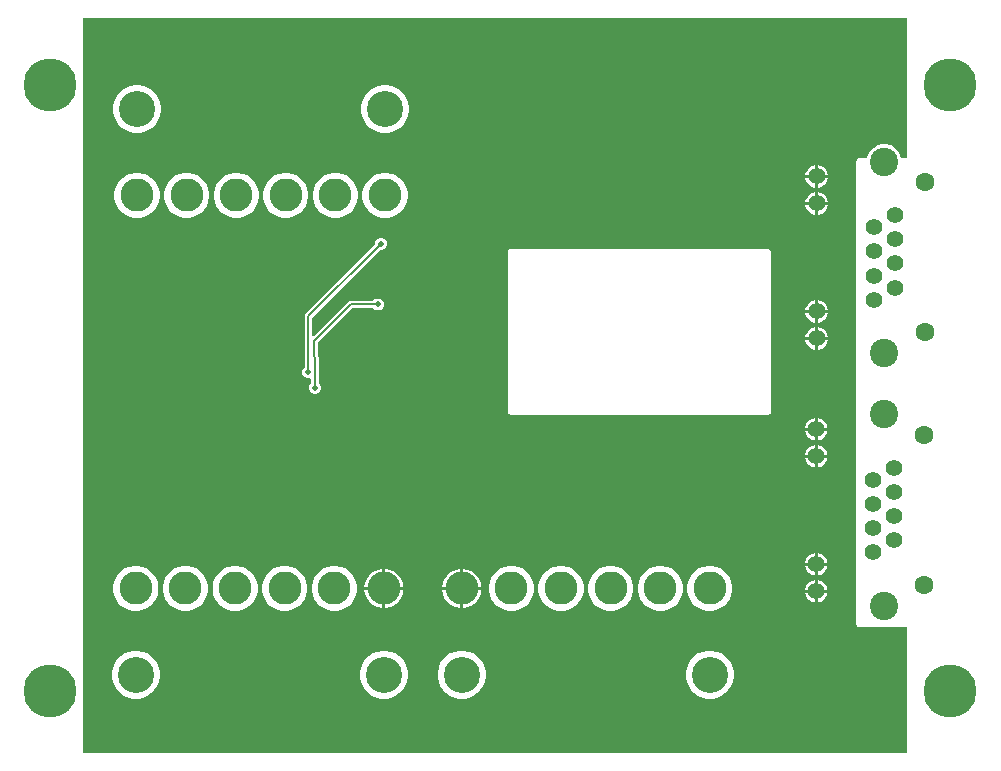
<source format=gbl>
G04*
G04 #@! TF.GenerationSoftware,Altium Limited,Altium Designer,21.6.4 (81)*
G04*
G04 Layer_Physical_Order=2*
G04 Layer_Color=16711680*
%FSLAX25Y25*%
%MOIN*%
G70*
G04*
G04 #@! TF.SameCoordinates,D230F567-8F14-4DE2-9EB9-46B1BD9AA4B9*
G04*
G04*
G04 #@! TF.FilePolarity,Positive*
G04*
G01*
G75*
%ADD16C,0.00500*%
%ADD35C,0.06299*%
%ADD36C,0.09449*%
%ADD37C,0.05512*%
%ADD38C,0.17717*%
%ADD39C,0.11024*%
%ADD40C,0.12008*%
%ADD41C,0.01968*%
G36*
X305371Y225661D02*
X303526D01*
X303234Y226752D01*
X302480Y228058D01*
X301414Y229123D01*
X300109Y229877D01*
X298653Y230267D01*
X297146D01*
X295690Y229877D01*
X294385Y229123D01*
X293319Y228058D01*
X292565Y226752D01*
X292273Y225661D01*
X289715D01*
X289324Y225583D01*
X288994Y225362D01*
X288773Y225031D01*
X288695Y224641D01*
Y70481D01*
X288773Y70091D01*
X288994Y69760D01*
X289324Y69539D01*
X289715Y69461D01*
X305371D01*
Y27497D01*
X31216D01*
X30862Y27851D01*
X30986Y272220D01*
X305371Y272220D01*
Y225661D01*
D02*
G37*
%LPC*%
G36*
X132328Y250037D02*
X130751D01*
X129205Y249730D01*
X127748Y249126D01*
X126437Y248250D01*
X125322Y247135D01*
X124446Y245825D01*
X123843Y244368D01*
X123535Y242822D01*
Y241245D01*
X123843Y239699D01*
X124446Y238242D01*
X125322Y236931D01*
X126437Y235816D01*
X127748Y234940D01*
X129205Y234337D01*
X130751Y234029D01*
X132328D01*
X133874Y234337D01*
X135331Y234940D01*
X136642Y235816D01*
X137756Y236931D01*
X138632Y238242D01*
X139236Y239699D01*
X139543Y241245D01*
Y242822D01*
X139236Y244368D01*
X138632Y245825D01*
X137756Y247135D01*
X136642Y248250D01*
X135331Y249126D01*
X133874Y249730D01*
X132328Y250037D01*
D02*
G37*
G36*
X49650D02*
X48074D01*
X46527Y249730D01*
X45071Y249126D01*
X43760Y248250D01*
X42645Y247135D01*
X41769Y245825D01*
X41166Y244368D01*
X40858Y242822D01*
Y241245D01*
X41166Y239699D01*
X41769Y238242D01*
X42645Y236931D01*
X43760Y235816D01*
X45071Y234940D01*
X46527Y234337D01*
X48074Y234029D01*
X49650D01*
X51197Y234337D01*
X52653Y234940D01*
X53964Y235816D01*
X55079Y236931D01*
X55955Y238242D01*
X56559Y239699D01*
X56866Y241245D01*
Y242822D01*
X56559Y244368D01*
X55955Y245825D01*
X55079Y247135D01*
X53964Y248250D01*
X52653Y249126D01*
X51197Y249730D01*
X49650Y250037D01*
D02*
G37*
G36*
X275919Y223317D02*
Y220062D01*
X279173D01*
X278919Y221012D01*
X278425Y221868D01*
X277725Y222568D01*
X276869Y223062D01*
X275919Y223317D01*
D02*
G37*
G36*
X274919D02*
X273969Y223062D01*
X273113Y222568D01*
X272414Y221868D01*
X271919Y221012D01*
X271665Y220062D01*
X274919D01*
Y223317D01*
D02*
G37*
G36*
X279173Y219062D02*
X275919D01*
Y215808D01*
X276869Y216062D01*
X277725Y216557D01*
X278425Y217256D01*
X278919Y218113D01*
X279173Y219062D01*
D02*
G37*
G36*
X274919D02*
X271665D01*
X271919Y218113D01*
X272414Y217256D01*
X273113Y216557D01*
X273969Y216062D01*
X274919Y215808D01*
Y219062D01*
D02*
G37*
G36*
X275919Y214301D02*
Y211047D01*
X279173D01*
X278919Y211996D01*
X278425Y212853D01*
X277725Y213552D01*
X276869Y214047D01*
X275919Y214301D01*
D02*
G37*
G36*
X274919Y214301D02*
X273969Y214047D01*
X273113Y213552D01*
X272414Y212853D01*
X271919Y211996D01*
X271665Y211047D01*
X274919D01*
Y214301D01*
D02*
G37*
G36*
X279173Y210047D02*
X275919D01*
Y206792D01*
X276869Y207047D01*
X277725Y207541D01*
X278425Y208240D01*
X278919Y209097D01*
X279173Y210047D01*
D02*
G37*
G36*
X274919D02*
X271665D01*
X271919Y209097D01*
X272414Y208240D01*
X273113Y207541D01*
X273969Y207047D01*
X274919Y206792D01*
Y210047D01*
D02*
G37*
G36*
X132279Y220805D02*
X130799D01*
X129348Y220516D01*
X127981Y219950D01*
X126751Y219128D01*
X125705Y218082D01*
X124882Y216851D01*
X124316Y215484D01*
X124028Y214033D01*
Y212553D01*
X124316Y211102D01*
X124882Y209735D01*
X125705Y208505D01*
X126751Y207458D01*
X127981Y206636D01*
X129348Y206070D01*
X130799Y205781D01*
X132279D01*
X133730Y206070D01*
X135098Y206636D01*
X136328Y207458D01*
X137374Y208505D01*
X138196Y209735D01*
X138762Y211102D01*
X139051Y212553D01*
Y214033D01*
X138762Y215484D01*
X138196Y216851D01*
X137374Y218082D01*
X136328Y219128D01*
X135098Y219950D01*
X133730Y220516D01*
X132279Y220805D01*
D02*
G37*
G36*
X115744D02*
X114264D01*
X112813Y220516D01*
X111446Y219950D01*
X110215Y219128D01*
X109169Y218082D01*
X108347Y216851D01*
X107781Y215484D01*
X107492Y214033D01*
Y212553D01*
X107781Y211102D01*
X108347Y209735D01*
X109169Y208505D01*
X110215Y207458D01*
X111446Y206636D01*
X112813Y206070D01*
X114264Y205781D01*
X115744D01*
X117195Y206070D01*
X118562Y206636D01*
X119792Y207458D01*
X120839Y208505D01*
X121661Y209735D01*
X122227Y211102D01*
X122516Y212553D01*
Y214033D01*
X122227Y215484D01*
X121661Y216851D01*
X120839Y218082D01*
X119792Y219128D01*
X118562Y219950D01*
X117195Y220516D01*
X115744Y220805D01*
D02*
G37*
G36*
X99208D02*
X97729D01*
X96277Y220516D01*
X94910Y219950D01*
X93680Y219128D01*
X92634Y218082D01*
X91812Y216851D01*
X91245Y215484D01*
X90957Y214033D01*
Y212553D01*
X91245Y211102D01*
X91812Y209735D01*
X92634Y208505D01*
X93680Y207458D01*
X94910Y206636D01*
X96277Y206070D01*
X97729Y205781D01*
X99208D01*
X100660Y206070D01*
X102027Y206636D01*
X103257Y207458D01*
X104303Y208505D01*
X105125Y209735D01*
X105692Y211102D01*
X105980Y212553D01*
Y214033D01*
X105692Y215484D01*
X105125Y216851D01*
X104303Y218082D01*
X103257Y219128D01*
X102027Y219950D01*
X100660Y220516D01*
X99208Y220805D01*
D02*
G37*
G36*
X82673D02*
X81193D01*
X79742Y220516D01*
X78375Y219950D01*
X77144Y219128D01*
X76098Y218082D01*
X75276Y216851D01*
X74710Y215484D01*
X74421Y214033D01*
Y212553D01*
X74710Y211102D01*
X75276Y209735D01*
X76098Y208505D01*
X77144Y207458D01*
X78375Y206636D01*
X79742Y206070D01*
X81193Y205781D01*
X82673D01*
X84124Y206070D01*
X85491Y206636D01*
X86721Y207458D01*
X87768Y208505D01*
X88590Y209735D01*
X89156Y211102D01*
X89445Y212553D01*
Y214033D01*
X89156Y215484D01*
X88590Y216851D01*
X87768Y218082D01*
X86721Y219128D01*
X85491Y219950D01*
X84124Y220516D01*
X82673Y220805D01*
D02*
G37*
G36*
X66137D02*
X64658D01*
X63206Y220516D01*
X61839Y219950D01*
X60609Y219128D01*
X59563Y218082D01*
X58741Y216851D01*
X58174Y215484D01*
X57886Y214033D01*
Y212553D01*
X58174Y211102D01*
X58741Y209735D01*
X59563Y208505D01*
X60609Y207458D01*
X61839Y206636D01*
X63206Y206070D01*
X64658Y205781D01*
X66137D01*
X67589Y206070D01*
X68956Y206636D01*
X70186Y207458D01*
X71232Y208505D01*
X72054Y209735D01*
X72621Y211102D01*
X72909Y212553D01*
Y214033D01*
X72621Y215484D01*
X72054Y216851D01*
X71232Y218082D01*
X70186Y219128D01*
X68956Y219950D01*
X67589Y220516D01*
X66137Y220805D01*
D02*
G37*
G36*
X49602D02*
X48122D01*
X46671Y220516D01*
X45304Y219950D01*
X44074Y219128D01*
X43027Y218082D01*
X42205Y216851D01*
X41639Y215484D01*
X41350Y214033D01*
Y212553D01*
X41639Y211102D01*
X42205Y209735D01*
X43027Y208505D01*
X44074Y207458D01*
X45304Y206636D01*
X46671Y206070D01*
X48122Y205781D01*
X49602D01*
X51053Y206070D01*
X52420Y206636D01*
X53651Y207458D01*
X54697Y208505D01*
X55519Y209735D01*
X56085Y211102D01*
X56374Y212553D01*
Y214033D01*
X56085Y215484D01*
X55519Y216851D01*
X54697Y218082D01*
X53651Y219128D01*
X52420Y219950D01*
X51053Y220516D01*
X49602Y220805D01*
D02*
G37*
G36*
X275919Y178317D02*
Y175062D01*
X279173D01*
X278919Y176012D01*
X278425Y176868D01*
X277725Y177568D01*
X276869Y178062D01*
X275919Y178317D01*
D02*
G37*
G36*
X274919D02*
X273969Y178062D01*
X273113Y177568D01*
X272414Y176868D01*
X271919Y176012D01*
X271665Y175062D01*
X274919D01*
Y178317D01*
D02*
G37*
G36*
X130560Y199174D02*
X129771D01*
X129041Y198872D01*
X128483Y198314D01*
X128181Y197584D01*
Y197008D01*
X105080Y173906D01*
X104803Y173493D01*
X104706Y173005D01*
Y155762D01*
X104299Y155355D01*
X103997Y154625D01*
Y153836D01*
X104299Y153107D01*
X104857Y152549D01*
X105586Y152246D01*
X106376D01*
X106525Y152308D01*
X106940Y152031D01*
Y150677D01*
X106533Y150270D01*
X106231Y149540D01*
Y148751D01*
X106533Y148022D01*
X107091Y147464D01*
X107820Y147161D01*
X108610D01*
X109339Y147464D01*
X109897Y148022D01*
X110199Y148751D01*
Y149540D01*
X109897Y150270D01*
X109490Y150677D01*
Y154231D01*
X109495D01*
X109479Y154726D01*
X109479Y154726D01*
X109255Y164279D01*
X120585Y175609D01*
X127575D01*
X127983Y175201D01*
X128712Y174899D01*
X129501D01*
X130231Y175201D01*
X130789Y175759D01*
X131091Y176489D01*
Y177278D01*
X130789Y178007D01*
X130231Y178566D01*
X129501Y178868D01*
X128712D01*
X127983Y178566D01*
X127575Y178158D01*
X120057D01*
X119569Y178061D01*
X119156Y177785D01*
X107717Y166346D01*
X107255Y166537D01*
Y172477D01*
X129983Y195205D01*
X130560D01*
X131289Y195508D01*
X131847Y196066D01*
X132150Y196795D01*
Y197584D01*
X131847Y198314D01*
X131289Y198872D01*
X130560Y199174D01*
D02*
G37*
G36*
X279173Y174062D02*
X275919D01*
Y170808D01*
X276869Y171062D01*
X277725Y171557D01*
X278425Y172256D01*
X278919Y173113D01*
X279173Y174062D01*
D02*
G37*
G36*
X274919D02*
X271665D01*
X271919Y173113D01*
X272414Y172256D01*
X273113Y171557D01*
X273969Y171062D01*
X274919Y170808D01*
Y174062D01*
D02*
G37*
G36*
X275919Y169301D02*
Y166047D01*
X279173D01*
X278919Y166996D01*
X278425Y167853D01*
X277725Y168552D01*
X276869Y169046D01*
X275919Y169301D01*
D02*
G37*
G36*
X274919Y169301D02*
X273969Y169046D01*
X273113Y168552D01*
X272414Y167853D01*
X271919Y166996D01*
X271665Y166047D01*
X274919D01*
Y169301D01*
D02*
G37*
G36*
X279173Y165047D02*
X275919D01*
Y161792D01*
X276869Y162047D01*
X277725Y162541D01*
X278425Y163240D01*
X278919Y164097D01*
X279173Y165047D01*
D02*
G37*
G36*
X274919D02*
X271665D01*
X271919Y164097D01*
X272414Y163240D01*
X273113Y162541D01*
X273969Y162047D01*
X274919Y161792D01*
Y165047D01*
D02*
G37*
G36*
X259271Y195360D02*
X173411D01*
X173021Y195282D01*
X172690Y195061D01*
X172469Y194730D01*
X172392Y194340D01*
Y141158D01*
X172469Y140767D01*
X172690Y140437D01*
X173021Y140216D01*
X173411Y140138D01*
X259271D01*
X259661Y140216D01*
X259992Y140437D01*
X260213Y140767D01*
X260291Y141158D01*
Y194340D01*
X260213Y194730D01*
X259992Y195061D01*
X259661Y195282D01*
X259271Y195360D01*
D02*
G37*
G36*
X275770Y139128D02*
Y135874D01*
X279024D01*
X278770Y136824D01*
X278275Y137680D01*
X277576Y138380D01*
X276720Y138874D01*
X275770Y139128D01*
D02*
G37*
G36*
X274770D02*
X273820Y138874D01*
X272964Y138380D01*
X272264Y137680D01*
X271770Y136824D01*
X271515Y135874D01*
X274770D01*
Y139128D01*
D02*
G37*
G36*
X279024Y134874D02*
X275770D01*
Y131620D01*
X276720Y131874D01*
X277576Y132369D01*
X278275Y133068D01*
X278770Y133924D01*
X279024Y134874D01*
D02*
G37*
G36*
X274770D02*
X271515D01*
X271770Y133924D01*
X272264Y133068D01*
X272964Y132369D01*
X273820Y131874D01*
X274770Y131620D01*
Y134874D01*
D02*
G37*
G36*
X275770Y130113D02*
Y126858D01*
X279024D01*
X278770Y127808D01*
X278275Y128665D01*
X277576Y129364D01*
X276720Y129858D01*
X275770Y130113D01*
D02*
G37*
G36*
X274770D02*
X273820Y129858D01*
X272964Y129364D01*
X272264Y128665D01*
X271770Y127808D01*
X271515Y126858D01*
X274770D01*
Y130113D01*
D02*
G37*
G36*
X279024Y125858D02*
X275770D01*
Y122604D01*
X276720Y122858D01*
X277576Y123353D01*
X278275Y124052D01*
X278770Y124909D01*
X279024Y125858D01*
D02*
G37*
G36*
X274770D02*
X271515D01*
X271770Y124909D01*
X272264Y124052D01*
X272964Y123353D01*
X273820Y122858D01*
X274770Y122604D01*
Y125858D01*
D02*
G37*
G36*
X275770Y94129D02*
Y90874D01*
X279024D01*
X278770Y91824D01*
X278275Y92680D01*
X277576Y93380D01*
X276720Y93874D01*
X275770Y94129D01*
D02*
G37*
G36*
X274770D02*
X273820Y93874D01*
X272964Y93380D01*
X272264Y92680D01*
X271770Y91824D01*
X271515Y90874D01*
X274770D01*
Y94129D01*
D02*
G37*
G36*
X279024Y89874D02*
X275770D01*
Y86620D01*
X276720Y86874D01*
X277576Y87369D01*
X278275Y88068D01*
X278770Y88924D01*
X279024Y89874D01*
D02*
G37*
G36*
X274770D02*
X271515D01*
X271770Y88924D01*
X272264Y88068D01*
X272964Y87369D01*
X273820Y86874D01*
X274770Y86620D01*
Y89874D01*
D02*
G37*
G36*
X157761Y88740D02*
X157620D01*
Y82728D01*
X163631D01*
Y82869D01*
X163381Y84128D01*
X162890Y85313D01*
X162178Y86379D01*
X161271Y87286D01*
X160204Y87999D01*
X159019Y88490D01*
X157761Y88740D01*
D02*
G37*
G36*
X156620D02*
X156478D01*
X155220Y88490D01*
X154035Y87999D01*
X152969Y87286D01*
X152061Y86379D01*
X151349Y85313D01*
X150858Y84128D01*
X150608Y82869D01*
Y82728D01*
X156620D01*
Y88740D01*
D02*
G37*
G36*
X131795D02*
X131653D01*
Y82728D01*
X137665D01*
Y82869D01*
X137415Y84128D01*
X136924Y85313D01*
X136212Y86379D01*
X135304Y87286D01*
X134238Y87999D01*
X133053Y88490D01*
X131795Y88740D01*
D02*
G37*
G36*
X130654D02*
X130512D01*
X129254Y88490D01*
X128069Y87999D01*
X127002Y87286D01*
X126095Y86379D01*
X125383Y85313D01*
X124892Y84128D01*
X124642Y82869D01*
Y82728D01*
X130654D01*
Y88740D01*
D02*
G37*
G36*
X275770Y85113D02*
Y81858D01*
X279024D01*
X278770Y82808D01*
X278275Y83665D01*
X277576Y84364D01*
X276720Y84858D01*
X275770Y85113D01*
D02*
G37*
G36*
X274770D02*
X273820Y84858D01*
X272964Y84364D01*
X272264Y83665D01*
X271770Y82808D01*
X271515Y81858D01*
X274770D01*
Y85113D01*
D02*
G37*
G36*
X279024Y80858D02*
X275770D01*
Y77604D01*
X276720Y77858D01*
X277576Y78353D01*
X278275Y79052D01*
X278770Y79909D01*
X279024Y80858D01*
D02*
G37*
G36*
X274770D02*
X271515D01*
X271770Y79909D01*
X272264Y79052D01*
X272964Y78353D01*
X273820Y77858D01*
X274770Y77604D01*
Y80858D01*
D02*
G37*
G36*
X163631Y81728D02*
X157620D01*
Y75716D01*
X157761D01*
X159019Y75967D01*
X160204Y76457D01*
X161271Y77170D01*
X162178Y78077D01*
X162890Y79144D01*
X163381Y80329D01*
X163631Y81587D01*
Y81728D01*
D02*
G37*
G36*
X156620D02*
X150608D01*
Y81587D01*
X150858Y80329D01*
X151349Y79144D01*
X152061Y78077D01*
X152969Y77170D01*
X154035Y76457D01*
X155220Y75967D01*
X156478Y75716D01*
X156620D01*
Y81728D01*
D02*
G37*
G36*
X137665D02*
X131653D01*
Y75716D01*
X131795D01*
X133053Y75967D01*
X134238Y76457D01*
X135304Y77170D01*
X136212Y78077D01*
X136924Y79144D01*
X137415Y80329D01*
X137665Y81587D01*
Y81728D01*
D02*
G37*
G36*
X130654D02*
X124642D01*
Y81587D01*
X124892Y80329D01*
X125383Y79144D01*
X126095Y78077D01*
X127002Y77170D01*
X128069Y76457D01*
X129254Y75967D01*
X130512Y75716D01*
X130654D01*
Y81728D01*
D02*
G37*
G36*
X240537Y89740D02*
X239057D01*
X237606Y89451D01*
X236239Y88885D01*
X235008Y88063D01*
X233962Y87017D01*
X233140Y85786D01*
X232574Y84419D01*
X232285Y82968D01*
Y81488D01*
X232574Y80037D01*
X233140Y78670D01*
X233962Y77440D01*
X235008Y76393D01*
X236239Y75571D01*
X237606Y75005D01*
X239057Y74716D01*
X240537D01*
X241988Y75005D01*
X243355Y75571D01*
X244585Y76393D01*
X245632Y77440D01*
X246454Y78670D01*
X247020Y80037D01*
X247309Y81488D01*
Y82968D01*
X247020Y84419D01*
X246454Y85786D01*
X245632Y87017D01*
X244585Y88063D01*
X243355Y88885D01*
X241988Y89451D01*
X240537Y89740D01*
D02*
G37*
G36*
X224001D02*
X222521D01*
X221070Y89451D01*
X219703Y88885D01*
X218473Y88063D01*
X217426Y87017D01*
X216604Y85786D01*
X216038Y84419D01*
X215750Y82968D01*
Y81488D01*
X216038Y80037D01*
X216604Y78670D01*
X217426Y77440D01*
X218473Y76393D01*
X219703Y75571D01*
X221070Y75005D01*
X222521Y74716D01*
X224001D01*
X225452Y75005D01*
X226819Y75571D01*
X228050Y76393D01*
X229096Y77440D01*
X229918Y78670D01*
X230485Y80037D01*
X230773Y81488D01*
Y82968D01*
X230485Y84419D01*
X229918Y85786D01*
X229096Y87017D01*
X228050Y88063D01*
X226819Y88885D01*
X225452Y89451D01*
X224001Y89740D01*
D02*
G37*
G36*
X207466D02*
X205986D01*
X204535Y89451D01*
X203168Y88885D01*
X201937Y88063D01*
X200891Y87017D01*
X200069Y85786D01*
X199503Y84419D01*
X199214Y82968D01*
Y81488D01*
X199503Y80037D01*
X200069Y78670D01*
X200891Y77440D01*
X201937Y76393D01*
X203168Y75571D01*
X204535Y75005D01*
X205986Y74716D01*
X207466D01*
X208917Y75005D01*
X210284Y75571D01*
X211514Y76393D01*
X212561Y77440D01*
X213383Y78670D01*
X213949Y80037D01*
X214238Y81488D01*
Y82968D01*
X213949Y84419D01*
X213383Y85786D01*
X212561Y87017D01*
X211514Y88063D01*
X210284Y88885D01*
X208917Y89451D01*
X207466Y89740D01*
D02*
G37*
G36*
X190930D02*
X189451D01*
X187999Y89451D01*
X186632Y88885D01*
X185402Y88063D01*
X184356Y87017D01*
X183534Y85786D01*
X182967Y84419D01*
X182679Y82968D01*
Y81488D01*
X182967Y80037D01*
X183534Y78670D01*
X184356Y77440D01*
X185402Y76393D01*
X186632Y75571D01*
X187999Y75005D01*
X189451Y74716D01*
X190930D01*
X192382Y75005D01*
X193749Y75571D01*
X194979Y76393D01*
X196025Y77440D01*
X196847Y78670D01*
X197414Y80037D01*
X197702Y81488D01*
Y82968D01*
X197414Y84419D01*
X196847Y85786D01*
X196025Y87017D01*
X194979Y88063D01*
X193749Y88885D01*
X192382Y89451D01*
X190930Y89740D01*
D02*
G37*
G36*
X174395D02*
X172915D01*
X171464Y89451D01*
X170097Y88885D01*
X168867Y88063D01*
X167820Y87017D01*
X166998Y85786D01*
X166432Y84419D01*
X166143Y82968D01*
Y81488D01*
X166432Y80037D01*
X166998Y78670D01*
X167820Y77440D01*
X168867Y76393D01*
X170097Y75571D01*
X171464Y75005D01*
X172915Y74716D01*
X174395D01*
X175846Y75005D01*
X177213Y75571D01*
X178444Y76393D01*
X179490Y77440D01*
X180312Y78670D01*
X180878Y80037D01*
X181167Y81488D01*
Y82968D01*
X180878Y84419D01*
X180312Y85786D01*
X179490Y87017D01*
X178444Y88063D01*
X177213Y88885D01*
X175846Y89451D01*
X174395Y89740D01*
D02*
G37*
G36*
X115358D02*
X113878D01*
X112427Y89451D01*
X111060Y88885D01*
X109829Y88063D01*
X108783Y87017D01*
X107961Y85786D01*
X107395Y84419D01*
X107106Y82968D01*
Y81488D01*
X107395Y80037D01*
X107961Y78670D01*
X108783Y77440D01*
X109829Y76393D01*
X111060Y75571D01*
X112427Y75005D01*
X113878Y74716D01*
X115358D01*
X116809Y75005D01*
X118176Y75571D01*
X119406Y76393D01*
X120453Y77440D01*
X121275Y78670D01*
X121841Y80037D01*
X122130Y81488D01*
Y82968D01*
X121841Y84419D01*
X121275Y85786D01*
X120453Y87017D01*
X119406Y88063D01*
X118176Y88885D01*
X116809Y89451D01*
X115358Y89740D01*
D02*
G37*
G36*
X98822D02*
X97343D01*
X95891Y89451D01*
X94524Y88885D01*
X93294Y88063D01*
X92248Y87017D01*
X91426Y85786D01*
X90860Y84419D01*
X90571Y82968D01*
Y81488D01*
X90860Y80037D01*
X91426Y78670D01*
X92248Y77440D01*
X93294Y76393D01*
X94524Y75571D01*
X95891Y75005D01*
X97343Y74716D01*
X98822D01*
X100274Y75005D01*
X101641Y75571D01*
X102871Y76393D01*
X103917Y77440D01*
X104739Y78670D01*
X105306Y80037D01*
X105594Y81488D01*
Y82968D01*
X105306Y84419D01*
X104739Y85786D01*
X103917Y87017D01*
X102871Y88063D01*
X101641Y88885D01*
X100274Y89451D01*
X98822Y89740D01*
D02*
G37*
G36*
X82287D02*
X80807D01*
X79356Y89451D01*
X77989Y88885D01*
X76759Y88063D01*
X75712Y87017D01*
X74890Y85786D01*
X74324Y84419D01*
X74035Y82968D01*
Y81488D01*
X74324Y80037D01*
X74890Y78670D01*
X75712Y77440D01*
X76759Y76393D01*
X77989Y75571D01*
X79356Y75005D01*
X80807Y74716D01*
X82287D01*
X83738Y75005D01*
X85105Y75571D01*
X86336Y76393D01*
X87382Y77440D01*
X88204Y78670D01*
X88770Y80037D01*
X89059Y81488D01*
Y82968D01*
X88770Y84419D01*
X88204Y85786D01*
X87382Y87017D01*
X86336Y88063D01*
X85105Y88885D01*
X83738Y89451D01*
X82287Y89740D01*
D02*
G37*
G36*
X65752D02*
X64272D01*
X62821Y89451D01*
X61453Y88885D01*
X60223Y88063D01*
X59177Y87017D01*
X58355Y85786D01*
X57789Y84419D01*
X57500Y82968D01*
Y81488D01*
X57789Y80037D01*
X58355Y78670D01*
X59177Y77440D01*
X60223Y76393D01*
X61453Y75571D01*
X62821Y75005D01*
X64272Y74716D01*
X65752D01*
X67203Y75005D01*
X68570Y75571D01*
X69800Y76393D01*
X70846Y77440D01*
X71669Y78670D01*
X72235Y80037D01*
X72523Y81488D01*
Y82968D01*
X72235Y84419D01*
X71669Y85786D01*
X70846Y87017D01*
X69800Y88063D01*
X68570Y88885D01*
X67203Y89451D01*
X65752Y89740D01*
D02*
G37*
G36*
X49216D02*
X47736D01*
X46285Y89451D01*
X44918Y88885D01*
X43688Y88063D01*
X42641Y87017D01*
X41819Y85786D01*
X41253Y84419D01*
X40964Y82968D01*
Y81488D01*
X41253Y80037D01*
X41819Y78670D01*
X42641Y77440D01*
X43688Y76393D01*
X44918Y75571D01*
X46285Y75005D01*
X47736Y74716D01*
X49216D01*
X50667Y75005D01*
X52034Y75571D01*
X53265Y76393D01*
X54311Y77440D01*
X55133Y78670D01*
X55699Y80037D01*
X55988Y81488D01*
Y82968D01*
X55699Y84419D01*
X55133Y85786D01*
X54311Y87017D01*
X53265Y88063D01*
X52034Y88885D01*
X50667Y89451D01*
X49216Y89740D01*
D02*
G37*
G36*
X240585Y61492D02*
X239008D01*
X237462Y61184D01*
X236005Y60581D01*
X234695Y59705D01*
X233580Y58590D01*
X232704Y57279D01*
X232100Y55823D01*
X231793Y54276D01*
Y52700D01*
X232100Y51153D01*
X232704Y49697D01*
X233580Y48386D01*
X234695Y47271D01*
X236005Y46395D01*
X237462Y45792D01*
X239008Y45484D01*
X240585D01*
X242131Y45792D01*
X243588Y46395D01*
X244899Y47271D01*
X246014Y48386D01*
X246890Y49697D01*
X247493Y51153D01*
X247801Y52700D01*
Y54276D01*
X247493Y55823D01*
X246890Y57279D01*
X246014Y58590D01*
X244899Y59705D01*
X243588Y60581D01*
X242131Y61184D01*
X240585Y61492D01*
D02*
G37*
G36*
X157908D02*
X156331D01*
X154785Y61184D01*
X153328Y60581D01*
X152017Y59705D01*
X150902Y58590D01*
X150027Y57279D01*
X149423Y55823D01*
X149116Y54276D01*
Y52700D01*
X149423Y51153D01*
X150027Y49697D01*
X150902Y48386D01*
X152017Y47271D01*
X153328Y46395D01*
X154785Y45792D01*
X156331Y45484D01*
X157908D01*
X159454Y45792D01*
X160911Y46395D01*
X162222Y47271D01*
X163337Y48386D01*
X164213Y49697D01*
X164816Y51153D01*
X165123Y52700D01*
Y54276D01*
X164816Y55823D01*
X164213Y57279D01*
X163337Y58590D01*
X162222Y59705D01*
X160911Y60581D01*
X159454Y61184D01*
X157908Y61492D01*
D02*
G37*
G36*
X131942D02*
X130365D01*
X128819Y61184D01*
X127362Y60581D01*
X126051Y59705D01*
X124936Y58590D01*
X124060Y57279D01*
X123457Y55823D01*
X123150Y54276D01*
Y52700D01*
X123457Y51153D01*
X124060Y49697D01*
X124936Y48386D01*
X126051Y47271D01*
X127362Y46395D01*
X128819Y45792D01*
X130365Y45484D01*
X131942D01*
X133488Y45792D01*
X134945Y46395D01*
X136256Y47271D01*
X137371Y48386D01*
X138247Y49697D01*
X138850Y51153D01*
X139157Y52700D01*
Y54276D01*
X138850Y55823D01*
X138247Y57279D01*
X137371Y58590D01*
X136256Y59705D01*
X134945Y60581D01*
X133488Y61184D01*
X131942Y61492D01*
D02*
G37*
G36*
X49265D02*
X47688D01*
X46142Y61184D01*
X44685Y60581D01*
X43374Y59705D01*
X42259Y58590D01*
X41383Y57279D01*
X40780Y55823D01*
X40472Y54276D01*
Y52700D01*
X40780Y51153D01*
X41383Y49697D01*
X42259Y48386D01*
X43374Y47271D01*
X44685Y46395D01*
X46142Y45792D01*
X47688Y45484D01*
X49265D01*
X50811Y45792D01*
X52268Y46395D01*
X53579Y47271D01*
X54693Y48386D01*
X55569Y49697D01*
X56173Y51153D01*
X56480Y52700D01*
Y54276D01*
X56173Y55823D01*
X55569Y57279D01*
X54693Y58590D01*
X53579Y59705D01*
X52268Y60581D01*
X50811Y61184D01*
X49265Y61492D01*
D02*
G37*
%LPD*%
D16*
X108215Y154231D02*
X108214Y154283D01*
X120057Y176883D02*
X129107D01*
X107968Y164794D02*
X120057Y176883D01*
X107968Y164794D02*
X108214Y154283D01*
X105981Y154231D02*
Y173005D01*
X108215Y149146D02*
Y154231D01*
X105981Y173005D02*
X130165Y197190D01*
D35*
X311403Y167554D02*
D03*
Y217554D02*
D03*
X311254Y133366D02*
D03*
Y83366D02*
D03*
D36*
X297899Y160566D02*
D03*
Y224543D02*
D03*
X297750Y140354D02*
D03*
Y76378D02*
D03*
D37*
X275419Y165547D02*
D03*
Y174562D02*
D03*
Y210546D02*
D03*
Y219562D02*
D03*
X294395Y178499D02*
D03*
X301403Y182515D02*
D03*
X294395Y186531D02*
D03*
X301403Y190547D02*
D03*
X294395Y194562D02*
D03*
X301403Y198578D02*
D03*
X294395Y202594D02*
D03*
X301403Y206610D02*
D03*
X301254Y122421D02*
D03*
X294246Y118406D02*
D03*
X301254Y114390D02*
D03*
X294246Y110374D02*
D03*
X301254Y106358D02*
D03*
X294246Y102343D02*
D03*
X301254Y98327D02*
D03*
X294246Y94311D02*
D03*
X275270Y135374D02*
D03*
Y126358D02*
D03*
Y90374D02*
D03*
Y81358D02*
D03*
D38*
X20000Y48127D02*
D03*
X320000D02*
D03*
Y250209D02*
D03*
X20000D02*
D03*
D39*
X239797Y82228D02*
D03*
X223261D02*
D03*
X206726D02*
D03*
X190190D02*
D03*
X173655D02*
D03*
X157120D02*
D03*
X48862Y213293D02*
D03*
X65398D02*
D03*
X81933D02*
D03*
X98468D02*
D03*
X115004D02*
D03*
X131539D02*
D03*
X131154Y82228D02*
D03*
X114618D02*
D03*
X98083D02*
D03*
X81547D02*
D03*
X65012D02*
D03*
X48476D02*
D03*
D40*
X157120Y53488D02*
D03*
X239797D02*
D03*
X131539Y242033D02*
D03*
X48862D02*
D03*
X48476Y53488D02*
D03*
X131154D02*
D03*
D41*
X269350Y217267D02*
D03*
Y138527D02*
D03*
Y59787D02*
D03*
X229980Y217267D02*
D03*
Y138527D02*
D03*
X249665Y99157D02*
D03*
X229980Y59787D02*
D03*
X190610Y217267D02*
D03*
Y138527D02*
D03*
Y59787D02*
D03*
X151240Y217267D02*
D03*
Y138527D02*
D03*
X131555Y99157D02*
D03*
X111870Y59787D02*
D03*
X72500D02*
D03*
X33130D02*
D03*
X150328Y159386D02*
D03*
X147940Y168630D02*
D03*
X141748Y168441D02*
D03*
X154698Y168667D02*
D03*
X130165Y197190D02*
D03*
X158115Y187021D02*
D03*
X158293Y176207D02*
D03*
X129107Y176883D02*
D03*
X150150Y150976D02*
D03*
X108215Y149146D02*
D03*
X105981Y154231D02*
D03*
M02*

</source>
